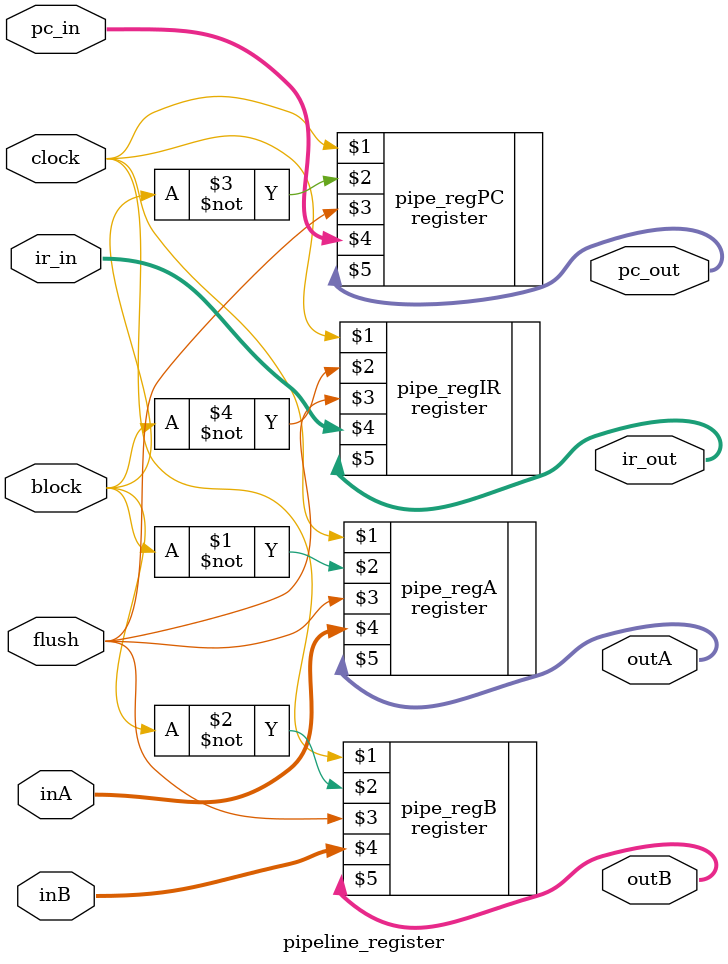
<source format=v>
module pipeline_register(outA, outB, pc_out, ir_out, inA, inB, pc_in, ir_in, clock, flush, block);
	
	input clock, flush, block;
	input [31:0] inA, inB, pc_in, ir_in;
	output [31:0] outA, outB, pc_out, ir_out;
	
	// values
	register pipe_regA( clock, ~block, flush, inA, outA);
	register pipe_regB( clock, ~block, flush, inB, outB);
	
	// PC
	register pipe_regPC(clock, ~block, flush, pc_in, pc_out);
	
	// instruction
	register pipe_regIR(clock, ~block, flush, ir_in, ir_out);
	

endmodule 
</source>
